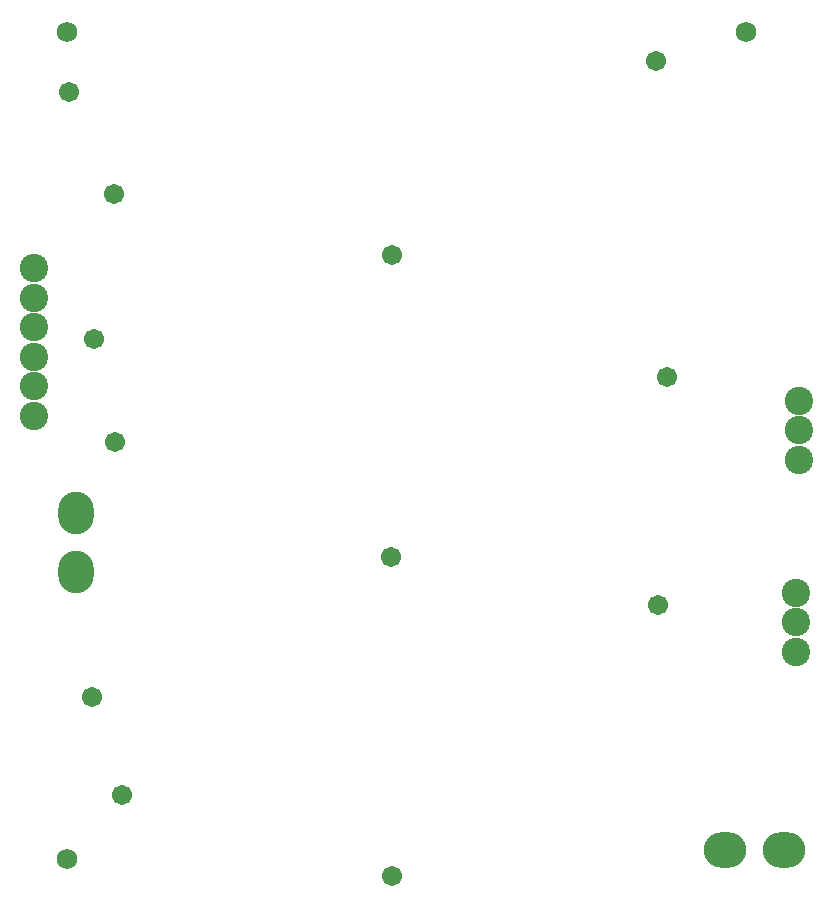
<source format=gbs>
G04 Layer_Color=16711935*
%FSLAX44Y44*%
%MOMM*%
G71*
G01*
G75*
%ADD45O,3.6032X3.0032*%
%ADD46O,3.0032X3.6032*%
%ADD47C,2.4032*%
%ADD48C,1.7272*%
%ADD49C,1.7032*%
D45*
X632500Y56940D02*
D03*
X682500D02*
D03*
D46*
X83000Y343000D02*
D03*
Y293000D02*
D03*
D47*
X47500Y500000D02*
D03*
Y525000D02*
D03*
Y550000D02*
D03*
Y475000D02*
D03*
Y450000D02*
D03*
Y425000D02*
D03*
X695000Y437500D02*
D03*
Y412500D02*
D03*
Y387500D02*
D03*
X692500Y225000D02*
D03*
Y250000D02*
D03*
Y275000D02*
D03*
D48*
X75000Y750000D02*
D03*
X650000D02*
D03*
X75000Y50000D02*
D03*
D49*
X98000Y490000D02*
D03*
X122000Y104000D02*
D03*
X97000Y187000D02*
D03*
X115000Y613000D02*
D03*
X77000Y699000D02*
D03*
X116000Y403000D02*
D03*
X350000Y305000D02*
D03*
X351000Y561000D02*
D03*
Y35000D02*
D03*
X576000Y265000D02*
D03*
X583500Y457500D02*
D03*
X574000Y725000D02*
D03*
M02*

</source>
